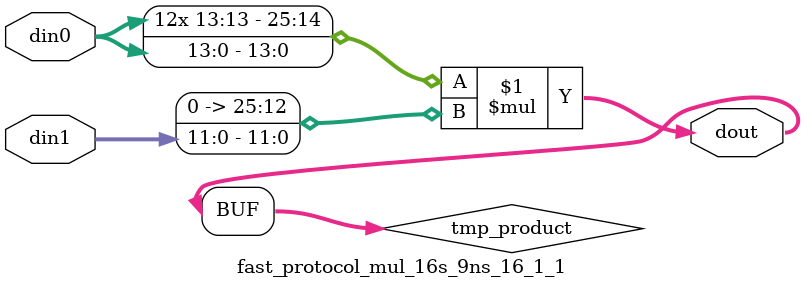
<source format=v>

`timescale 1 ns / 1 ps

 module fast_protocol_mul_16s_9ns_16_1_1(din0, din1, dout);
parameter ID = 1;
parameter NUM_STAGE = 0;
parameter din0_WIDTH = 14;
parameter din1_WIDTH = 12;
parameter dout_WIDTH = 26;

input [din0_WIDTH - 1 : 0] din0; 
input [din1_WIDTH - 1 : 0] din1; 
output [dout_WIDTH - 1 : 0] dout;

wire signed [dout_WIDTH - 1 : 0] tmp_product;


























assign tmp_product = $signed(din0) * $signed({1'b0, din1});









assign dout = tmp_product;





















endmodule

</source>
